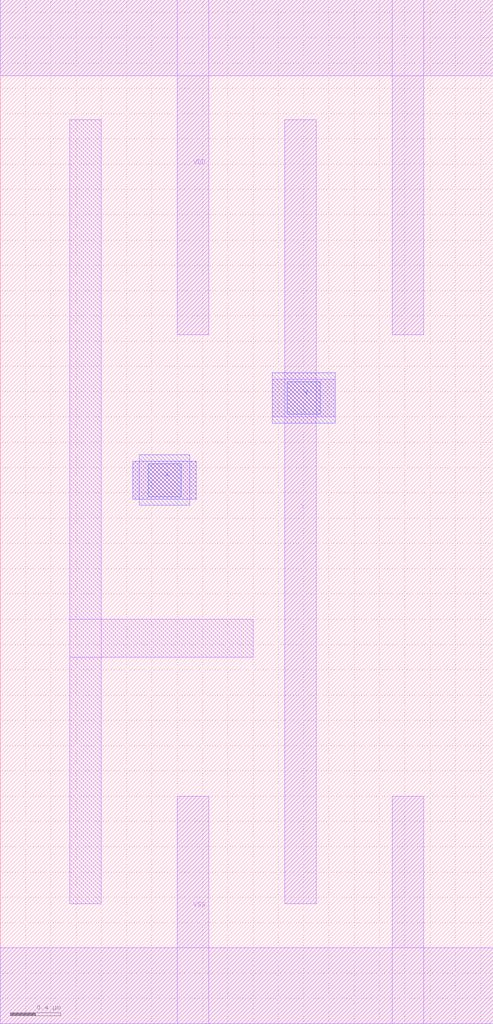
<source format=lef>
# Copyright 2022 Google LLC
# Licensed under the Apache License, Version 2.0 (the "License");
# you may not use this file except in compliance with the License.
# You may obtain a copy of the License at
#
#      http://www.apache.org/licenses/LICENSE-2.0
#
# Unless required by applicable law or agreed to in writing, software
# distributed under the License is distributed on an "AS IS" BASIS,
# WITHOUT WARRANTIES OR CONDITIONS OF ANY KIND, either express or implied.
# See the License for the specific language governing permissions and
# limitations under the License.
VERSION 5.7 ;
BUSBITCHARS "[]" ;
DIVIDERCHAR "/" ;

MACRO gf180mcu_osu_sc_gp12t3v3__buf_2
  CLASS CORE ;
  ORIGIN 0 0 ;
  FOREIGN gf180mcu_osu_sc_gp12t3v3__buf_2 0 0 ;
  SIZE 3.9 BY 8.1 ;
  SYMMETRY X Y ;
  SITE GF180_3p3_12t ;
  PIN VDD
    DIRECTION INOUT ;
    USE POWER ;
    SHAPE ABUTMENT ;
    PORT
      LAYER MET1 ;
        RECT 0 7.5 3.9 8.1 ;
        RECT 3.1 5.45 3.35 8.1 ;
        RECT 1.4 5.45 1.65 8.1 ;
    END
  END VDD
  PIN VSS
    DIRECTION INOUT ;
    USE GROUND ;
    PORT
      LAYER MET1 ;
        RECT 0 0 3.9 0.6 ;
        RECT 3.1 0 3.35 1.8 ;
        RECT 1.4 0 1.65 1.8 ;
    END
  END VSS
  PIN A
    DIRECTION INPUT ;
    USE SIGNAL ;
    PORT
      LAYER MET1 ;
        RECT 1.05 4.15 1.55 4.45 ;
      LAYER MET2 ;
        RECT 1.05 4.15 1.55 4.45 ;
        RECT 1.1 4.1 1.5 4.5 ;
      LAYER VIA12 ;
        RECT 1.17 4.17 1.43 4.43 ;
    END
  END A
  PIN Y
    DIRECTION OUTPUT ;
    USE SIGNAL ;
    PORT
      LAYER MET1 ;
        RECT 2.15 4.8 2.65 5.1 ;
        RECT 2.25 0.95 2.5 7.15 ;
      LAYER MET2 ;
        RECT 2.15 4.75 2.65 5.15 ;
      LAYER VIA12 ;
        RECT 2.27 4.82 2.53 5.08 ;
    END
  END Y
  OBS
    LAYER MET1 ;
      RECT 0.55 0.95 0.8 7.15 ;
      RECT 0.55 2.9 2 3.2 ;
  END
END gf180mcu_osu_sc_gp12t3v3__buf_2

</source>
